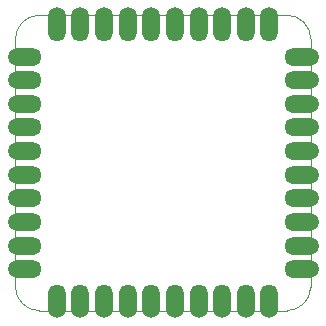
<source format=gbs>
G04 #@! TF.GenerationSoftware,KiCad,Pcbnew,(6.99.0-1912-g359c99991b)*
G04 #@! TF.CreationDate,2022-08-15T10:18:15+07:00*
G04 #@! TF.ProjectId,rp2040_bento,72703230-3430-45f6-9265-6e746f2e6b69,1*
G04 #@! TF.SameCoordinates,Original*
G04 #@! TF.FileFunction,Soldermask,Bot*
G04 #@! TF.FilePolarity,Negative*
%FSLAX46Y46*%
G04 Gerber Fmt 4.6, Leading zero omitted, Abs format (unit mm)*
G04 Created by KiCad (PCBNEW (6.99.0-1912-g359c99991b)) date 2022-08-15 10:18:15*
%MOMM*%
%LPD*%
G01*
G04 APERTURE LIST*
%ADD10C,1.500000*%
%ADD11O,1.500000X2.800000*%
%ADD12O,2.800000X1.500000*%
G04 #@! TA.AperFunction,Profile*
%ADD13C,0.100000*%
G04 #@! TD*
G04 APERTURE END LIST*
D10*
X21500000Y-100000D03*
D11*
X21499999Y-799999D03*
D10*
X19500000Y-100000D03*
D11*
X19499999Y-799999D03*
D10*
X17500000Y-100000D03*
D11*
X17499999Y-799999D03*
D10*
X15500000Y-100000D03*
D11*
X15499999Y-799999D03*
D10*
X13500000Y-100000D03*
D11*
X13499999Y-799999D03*
D10*
X11500000Y-100000D03*
D11*
X11499999Y-799999D03*
D10*
X9500000Y-100000D03*
D11*
X9499999Y-799999D03*
D10*
X7500000Y-100000D03*
D11*
X7499999Y-799999D03*
D10*
X5500000Y-100000D03*
D11*
X5499999Y-799999D03*
D10*
X3500000Y-100000D03*
D11*
X3499999Y-799999D03*
D10*
X100000Y-3500000D03*
D12*
X799999Y-3499999D03*
D10*
X100000Y-5500000D03*
D12*
X799999Y-5499999D03*
D10*
X100000Y-7500000D03*
D12*
X799999Y-7499999D03*
D10*
X100000Y-9500000D03*
D12*
X799999Y-9499999D03*
D10*
X100000Y-11500000D03*
D12*
X799999Y-11499999D03*
D10*
X100000Y-13500000D03*
D12*
X799999Y-13499999D03*
D10*
X100000Y-15500000D03*
D12*
X799999Y-15499999D03*
D10*
X100000Y-17500000D03*
D12*
X799999Y-17499999D03*
D10*
X100000Y-19500000D03*
D12*
X799999Y-19499999D03*
D10*
X100000Y-21500000D03*
D12*
X799999Y-21499999D03*
D10*
X24900000Y-21500000D03*
D12*
X24199999Y-21499999D03*
D10*
X24900000Y-19500000D03*
D12*
X24199999Y-19499999D03*
D10*
X24900000Y-17500000D03*
D12*
X24199999Y-17499999D03*
D10*
X24900000Y-15500000D03*
D12*
X24199999Y-15499999D03*
D10*
X24900000Y-13500000D03*
D12*
X24199999Y-13499999D03*
D10*
X24900000Y-11500000D03*
D12*
X24199999Y-11499999D03*
D10*
X24900000Y-9500000D03*
D12*
X24199999Y-9499999D03*
D10*
X24900000Y-7500000D03*
D12*
X24199999Y-7499999D03*
D10*
X24900000Y-5500000D03*
D12*
X24199999Y-5499999D03*
D10*
X24900000Y-3500000D03*
D12*
X24199999Y-3499999D03*
D10*
X3500000Y-24900000D03*
D11*
X3499999Y-24199999D03*
D10*
X5500000Y-24900000D03*
D11*
X5499999Y-24199999D03*
D10*
X7500000Y-24900000D03*
D11*
X7499999Y-24199999D03*
D10*
X9500000Y-24900000D03*
D11*
X9499999Y-24199999D03*
D10*
X11500000Y-24900000D03*
D11*
X11499999Y-24199999D03*
D10*
X13500000Y-24900000D03*
D11*
X13499999Y-24199999D03*
D10*
X15500000Y-24900000D03*
D11*
X15499999Y-24199999D03*
D10*
X17500000Y-24900000D03*
D11*
X17499999Y-24199999D03*
D10*
X19500000Y-24900000D03*
D11*
X19499999Y-24199999D03*
D10*
X21500000Y-24900000D03*
D11*
X21499999Y-24199999D03*
D13*
X2000000Y0D02*
X23000000Y0D01*
X25000000Y-2000000D02*
G75*
G03*
X23000000Y0I-2000000J0D01*
G01*
X2000000Y0D02*
G75*
G03*
X0Y-2000000I-1J-1999999D01*
G01*
X23000000Y-25000000D02*
G75*
G03*
X25000000Y-23000000I0J2000000D01*
G01*
X25000000Y-2000000D02*
X25000000Y-23000000D01*
X2000000Y-25000000D02*
X23000000Y-25000000D01*
X0Y-23000000D02*
G75*
G03*
X2000000Y-25000000I1999995J-5D01*
G01*
X0Y-23000000D02*
X0Y-2000000D01*
M02*

</source>
